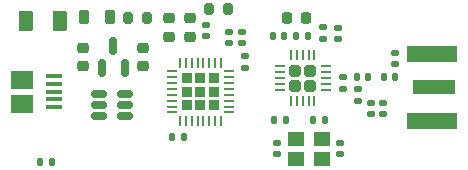
<source format=gbr>
%TF.GenerationSoftware,KiCad,Pcbnew,(6.0.1)*%
%TF.CreationDate,2022-05-09T00:38:21+05:45*%
%TF.ProjectId,ST_RF,53545f52-462e-46b6-9963-61645f706362,rev?*%
%TF.SameCoordinates,Original*%
%TF.FileFunction,Paste,Top*%
%TF.FilePolarity,Positive*%
%FSLAX46Y46*%
G04 Gerber Fmt 4.6, Leading zero omitted, Abs format (unit mm)*
G04 Created by KiCad (PCBNEW (6.0.1)) date 2022-05-09 00:38:21*
%MOMM*%
%LPD*%
G01*
G04 APERTURE LIST*
G04 Aperture macros list*
%AMRoundRect*
0 Rectangle with rounded corners*
0 $1 Rounding radius*
0 $2 $3 $4 $5 $6 $7 $8 $9 X,Y pos of 4 corners*
0 Add a 4 corners polygon primitive as box body*
4,1,4,$2,$3,$4,$5,$6,$7,$8,$9,$2,$3,0*
0 Add four circle primitives for the rounded corners*
1,1,$1+$1,$2,$3*
1,1,$1+$1,$4,$5*
1,1,$1+$1,$6,$7*
1,1,$1+$1,$8,$9*
0 Add four rect primitives between the rounded corners*
20,1,$1+$1,$2,$3,$4,$5,0*
20,1,$1+$1,$4,$5,$6,$7,0*
20,1,$1+$1,$6,$7,$8,$9,0*
20,1,$1+$1,$8,$9,$2,$3,0*%
G04 Aperture macros list end*
%ADD10R,1.400000X1.200000*%
%ADD11RoundRect,0.232500X-0.232500X0.232500X-0.232500X-0.232500X0.232500X-0.232500X0.232500X0.232500X0*%
%ADD12RoundRect,0.062500X-0.062500X0.375000X-0.062500X-0.375000X0.062500X-0.375000X0.062500X0.375000X0*%
%ADD13RoundRect,0.062500X-0.375000X0.062500X-0.375000X-0.062500X0.375000X-0.062500X0.375000X0.062500X0*%
%ADD14RoundRect,0.150000X0.512500X0.150000X-0.512500X0.150000X-0.512500X-0.150000X0.512500X-0.150000X0*%
%ADD15RoundRect,0.062500X-0.062500X-0.350000X0.062500X-0.350000X0.062500X0.350000X-0.062500X0.350000X0*%
%ADD16RoundRect,0.062500X-0.350000X-0.062500X0.350000X-0.062500X0.350000X0.062500X-0.350000X0.062500X0*%
%ADD17RoundRect,0.250000X-0.255000X-0.255000X0.255000X-0.255000X0.255000X0.255000X-0.255000X0.255000X0*%
%ADD18RoundRect,0.150000X0.150000X-0.587500X0.150000X0.587500X-0.150000X0.587500X-0.150000X-0.587500X0*%
%ADD19RoundRect,0.200000X-0.200000X-0.275000X0.200000X-0.275000X0.200000X0.275000X-0.200000X0.275000X0*%
%ADD20RoundRect,0.200000X0.200000X0.275000X-0.200000X0.275000X-0.200000X-0.275000X0.200000X-0.275000X0*%
%ADD21RoundRect,0.135000X0.185000X-0.135000X0.185000X0.135000X-0.185000X0.135000X-0.185000X-0.135000X0*%
%ADD22RoundRect,0.135000X0.135000X0.185000X-0.135000X0.185000X-0.135000X-0.185000X0.135000X-0.185000X0*%
%ADD23RoundRect,0.135000X-0.185000X0.135000X-0.185000X-0.135000X0.185000X-0.135000X0.185000X0.135000X0*%
%ADD24RoundRect,0.147500X-0.172500X0.147500X-0.172500X-0.147500X0.172500X-0.147500X0.172500X0.147500X0*%
%ADD25RoundRect,0.147500X-0.147500X-0.172500X0.147500X-0.172500X0.147500X0.172500X-0.147500X0.172500X0*%
%ADD26RoundRect,0.147500X0.172500X-0.147500X0.172500X0.147500X-0.172500X0.147500X-0.172500X-0.147500X0*%
%ADD27R,3.600000X1.270000*%
%ADD28R,4.200000X1.350000*%
%ADD29R,1.350000X0.400000*%
%ADD30R,1.900000X1.500000*%
%ADD31RoundRect,0.218750X-0.218750X-0.381250X0.218750X-0.381250X0.218750X0.381250X-0.218750X0.381250X0*%
%ADD32RoundRect,0.250000X-0.375000X-0.625000X0.375000X-0.625000X0.375000X0.625000X-0.375000X0.625000X0*%
%ADD33RoundRect,0.218750X-0.256250X0.218750X-0.256250X-0.218750X0.256250X-0.218750X0.256250X0.218750X0*%
%ADD34RoundRect,0.140000X0.170000X-0.140000X0.170000X0.140000X-0.170000X0.140000X-0.170000X-0.140000X0*%
%ADD35RoundRect,0.140000X-0.140000X-0.170000X0.140000X-0.170000X0.140000X0.170000X-0.140000X0.170000X0*%
%ADD36RoundRect,0.140000X0.140000X0.170000X-0.140000X0.170000X-0.140000X-0.170000X0.140000X-0.170000X0*%
%ADD37RoundRect,0.140000X-0.170000X0.140000X-0.170000X-0.140000X0.170000X-0.140000X0.170000X0.140000X0*%
%ADD38RoundRect,0.225000X0.250000X-0.225000X0.250000X0.225000X-0.250000X0.225000X-0.250000X-0.225000X0*%
%ADD39RoundRect,0.225000X-0.225000X-0.250000X0.225000X-0.250000X0.225000X0.250000X-0.225000X0.250000X0*%
%ADD40RoundRect,0.225000X-0.250000X0.225000X-0.250000X-0.225000X0.250000X-0.225000X0.250000X0.225000X0*%
G04 APERTURE END LIST*
D10*
%TO.C,Y1*%
X52042400Y-39917000D03*
X49842400Y-39917000D03*
X49842400Y-41617000D03*
X52042400Y-41617000D03*
%TD*%
D11*
%TO.C,U4*%
X41783000Y-34791000D03*
X40633000Y-35941000D03*
X41783000Y-35941000D03*
X41783000Y-37091000D03*
X40633000Y-34791000D03*
X40633000Y-37091000D03*
X42933000Y-34791000D03*
X42933000Y-35941000D03*
X42933000Y-37091000D03*
D12*
X43533000Y-33503500D03*
X43033000Y-33503500D03*
X42533000Y-33503500D03*
X42033000Y-33503500D03*
X41533000Y-33503500D03*
X41033000Y-33503500D03*
X40533000Y-33503500D03*
X40033000Y-33503500D03*
D13*
X39345500Y-34191000D03*
X39345500Y-34691000D03*
X39345500Y-35191000D03*
X39345500Y-35691000D03*
X39345500Y-36191000D03*
X39345500Y-36691000D03*
X39345500Y-37191000D03*
X39345500Y-37691000D03*
D12*
X40033000Y-38378500D03*
X40533000Y-38378500D03*
X41033000Y-38378500D03*
X41533000Y-38378500D03*
X42033000Y-38378500D03*
X42533000Y-38378500D03*
X43033000Y-38378500D03*
X43533000Y-38378500D03*
D13*
X44220500Y-37691000D03*
X44220500Y-37191000D03*
X44220500Y-36691000D03*
X44220500Y-36191000D03*
X44220500Y-35691000D03*
X44220500Y-35191000D03*
X44220500Y-34691000D03*
X44220500Y-34191000D03*
%TD*%
D14*
%TO.C,U3*%
X33152500Y-38034000D03*
X33152500Y-37084000D03*
X33152500Y-36134000D03*
X35427500Y-36134000D03*
X35427500Y-37084000D03*
X35427500Y-38034000D03*
%TD*%
D15*
%TO.C,U2*%
X49434400Y-32860500D03*
X49934400Y-32860500D03*
X50434400Y-32860500D03*
X50934400Y-32860500D03*
X51434400Y-32860500D03*
D16*
X52371900Y-33798000D03*
X52371900Y-34298000D03*
X52371900Y-34798000D03*
X52371900Y-35298000D03*
X52371900Y-35798000D03*
D15*
X51434400Y-36735500D03*
X50934400Y-36735500D03*
X50434400Y-36735500D03*
X49934400Y-36735500D03*
X49434400Y-36735500D03*
D16*
X48496900Y-35798000D03*
X48496900Y-35298000D03*
X48496900Y-34798000D03*
X48496900Y-34298000D03*
X48496900Y-33798000D03*
D17*
X49809400Y-35423000D03*
X49809400Y-34173000D03*
X51059400Y-34173000D03*
X51059400Y-35423000D03*
%TD*%
D18*
%TO.C,U1*%
X33467000Y-33957500D03*
X35367000Y-33957500D03*
X34417000Y-32082500D03*
%TD*%
D19*
%TO.C,R5*%
X42482000Y-28956000D03*
X44132000Y-28956000D03*
%TD*%
D20*
%TO.C,R4*%
X37274000Y-29718000D03*
X35624000Y-29718000D03*
%TD*%
D21*
%TO.C,R3*%
X45542200Y-33911000D03*
X45542200Y-32891000D03*
%TD*%
D22*
%TO.C,R2*%
X52325400Y-38354000D03*
X51305400Y-38354000D03*
%TD*%
D23*
%TO.C,R1*%
X52196400Y-30478000D03*
X52196400Y-31498000D03*
%TD*%
D24*
%TO.C,L3*%
X55117400Y-35710000D03*
X55117400Y-36680000D03*
%TD*%
D25*
%TO.C,L2*%
X55013400Y-34671000D03*
X55983400Y-34671000D03*
%TD*%
D26*
%TO.C,L1*%
X53863400Y-35664000D03*
X53863400Y-34694000D03*
%TD*%
D27*
%TO.C,J2*%
X61577500Y-35560000D03*
D28*
X61377500Y-32735000D03*
X61377500Y-38385000D03*
%TD*%
D29*
%TO.C,J1*%
X29402500Y-34641000D03*
X29402500Y-35291000D03*
X29402500Y-35941000D03*
X29402500Y-36591000D03*
X29402500Y-37241000D03*
D30*
X26702500Y-34941000D03*
X26702500Y-36941000D03*
%TD*%
D31*
%TO.C,FB1*%
X31957500Y-29591000D03*
X34082500Y-29591000D03*
%TD*%
D32*
%TO.C,F1*%
X27048000Y-29972000D03*
X29848000Y-29972000D03*
%TD*%
D33*
%TO.C,D2*%
X40894000Y-29692500D03*
X40894000Y-31267500D03*
%TD*%
%TO.C,D1*%
X39116000Y-29692500D03*
X39116000Y-31267500D03*
%TD*%
D34*
%TO.C,C18*%
X44196000Y-31849000D03*
X44196000Y-30889000D03*
%TD*%
D35*
%TO.C,C17*%
X28222000Y-41910000D03*
X29182000Y-41910000D03*
%TD*%
D36*
%TO.C,C16*%
X39398000Y-39751000D03*
X40358000Y-39751000D03*
%TD*%
D34*
%TO.C,C15*%
X42265600Y-31214000D03*
X42265600Y-30254000D03*
%TD*%
%TO.C,C14*%
X45339000Y-31849000D03*
X45339000Y-30889000D03*
%TD*%
D37*
%TO.C,C13*%
X58292400Y-32667000D03*
X58292400Y-33627000D03*
%TD*%
D35*
%TO.C,C12*%
X57304400Y-34671000D03*
X58264400Y-34671000D03*
%TD*%
D34*
%TO.C,C11*%
X56260400Y-37818000D03*
X56260400Y-36858000D03*
%TD*%
%TO.C,C10*%
X48275400Y-41247000D03*
X48275400Y-40287000D03*
%TD*%
%TO.C,C9*%
X57276400Y-37818000D03*
X57276400Y-36858000D03*
%TD*%
D37*
%TO.C,C8*%
X53609400Y-40287000D03*
X53609400Y-41247000D03*
%TD*%
D35*
%TO.C,C7*%
X48993400Y-38354000D03*
X48033400Y-38354000D03*
%TD*%
D34*
%TO.C,C6*%
X53466400Y-31496000D03*
X53466400Y-30536000D03*
%TD*%
D38*
%TO.C,C5*%
X36957000Y-33795000D03*
X36957000Y-32245000D03*
%TD*%
D35*
%TO.C,C4*%
X49910400Y-31242000D03*
X50870400Y-31242000D03*
%TD*%
D39*
%TO.C,C3*%
X49135400Y-29718000D03*
X50685400Y-29718000D03*
%TD*%
D40*
%TO.C,C2*%
X31877000Y-32245000D03*
X31877000Y-33795000D03*
%TD*%
D36*
%TO.C,C1*%
X48866400Y-31242000D03*
X47906400Y-31242000D03*
%TD*%
M02*

</source>
